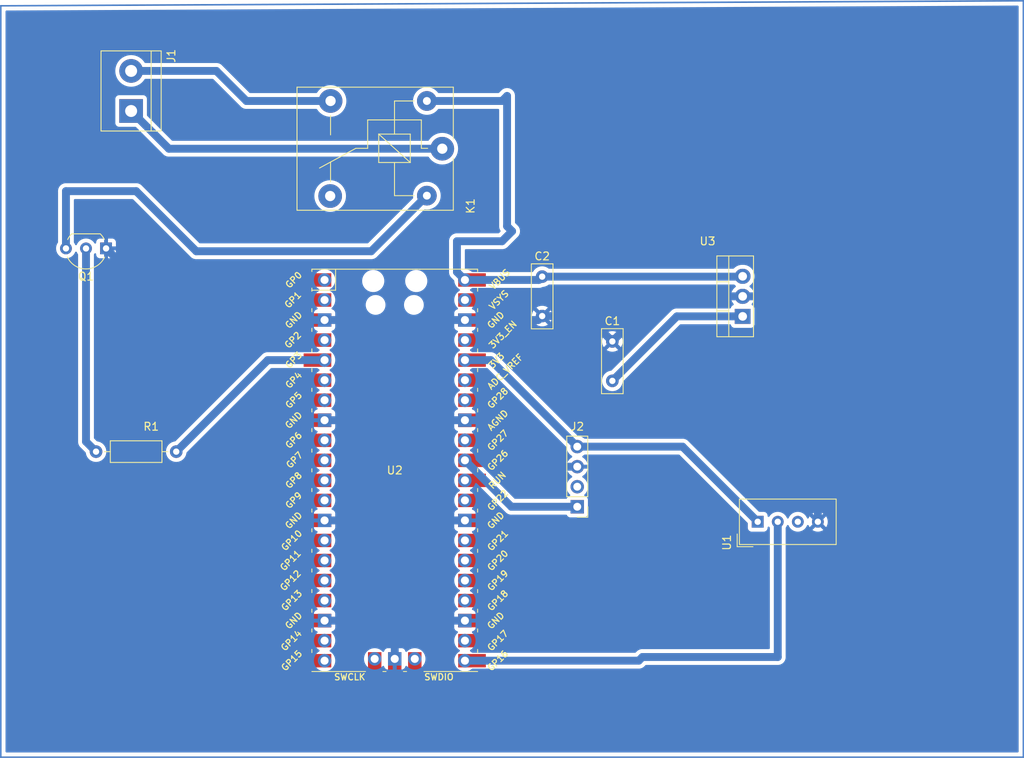
<source format=kicad_pcb>
(kicad_pcb (version 20221018) (generator pcbnew)
  (layers (0 "F.Cu" signal) (31 "B.Cu" signal) (34 "B.Paste" user) (35 "F.Paste" user) (36 "B.SilkS" user "B.Silkscreen") (37 "F.SilkS" user "F.Silkscreen") (38 "B.Mask" user) (39 "F.Mask" user) (44 "Edge.Cuts" user))
  (net 0 "")
  (net 1 "+12V")
  (net 2 "GND")
  (net 3 "+5V")
  (net 4 "Net-(J1-Pin_1)")
  (net 5 "Net-(J1-Pin_2)")
  (net 7 "/GP26")
  (net 8 "+3V3")
  (net 10 "Net-(Q1-C)")
  (net 11 "Net-(Q1-B)")
  (net 12 "Net-(U2-GPIO3)")
  (net 13 "/GP16")
  (footprint "Connector_PinHeader_2.54mm:PinHeader_1x04_P2.54mm_Vertical" (layer "F.Cu") (at 136.525 101.6 180)
    (fp_text reference "J2" (at 0 10.16) (layer "F.SilkS"))
    (fp_text value "Conn_01x04")
    (fp_line (start -1.33 -1.33) (end 0 -1.33) (stroke (width 0.12)) (layer "F.SilkS"))
    (fp_line (start -1.33 0) (end -1.33 -1.33) (stroke (width 0.12)) (layer "F.SilkS"))
    (fp_line (start -1.33 1.27) (end -1.33 8.95) (stroke (width 0.12)) (layer "F.SilkS"))
    (fp_line (start -1.33 1.27) (end 1.33 1.27) (stroke (width 0.12)) (layer "F.SilkS"))
    (fp_line (start -1.33 8.95) (end 1.33 8.95) (stroke (width 0.12)) (layer "F.SilkS"))
    (fp_line (start 1.33 1.27) (end 1.33 8.95) (stroke (width 0.12)) (layer "F.SilkS"))
    (pad "1" thru_hole rect (at 0 0 180) (size 1.7 1.7) (drill 1) (layers "*.Cu" "*.Mask") (net 7 "/GP26"))
    (pad "2" thru_hole oval (at 0 2.54 180) (size 1.7 1.7) (drill 1) (layers "*.Cu" "*.Mask"))
    (pad "3" thru_hole oval (at 0 5.08 180) (size 1.7 1.7) (drill 1) (layers "*.Cu" "*.Mask") (net 2 "GND"))
    (pad "4" thru_hole oval (at 0 7.62 180) (size 1.7 1.7) (drill 1) (layers "*.Cu" "*.Mask") (net 8 "+3V3"))
  )
  (footprint "Relay_THT:Relay_SPDT_SANYOU_SRD_Series_Form_C" (layer "F.Cu") (at 119.425 56.215 180)
    (fp_text reference "K1" (at -3.58 -7.27 90) (layer "F.SilkS"))
    (fp_text value "SANYOU_SRD_Form_C")
    (fp_line (start -1.4 -7.8) (end -1.4 -1.2) (stroke (width 0.12)) (layer "F.SilkS"))
    (fp_line (start -1.4 -7.8) (end 18.4 -7.8) (stroke (width 0.12)) (layer "F.SilkS"))
    (fp_line (start -1.4 1.2) (end -1.4 7.8) (stroke (width 0.12)) (layer "F.SilkS"))
    (fp_line (start 2.65 0.05) (end 1.85 0.05) (stroke (width 0.12)) (layer "F.SilkS"))
    (fp_line (start 2.65 0.05) (end 2.65 3.65) (stroke (width 0.12)) (layer "F.SilkS"))
    (fp_line (start 3.55 6.05) (end 6.05 6.05) (stroke (width 0.12)) (layer "F.SilkS"))
    (fp_line (start 4.05 -1.75) (end 8.05 -1.75) (stroke (width 0.12)) (layer "F.SilkS"))
    (fp_line (start 4.05 1.85) (end 4.05 -1.75) (stroke (width 0.12)) (layer "F.SilkS"))
    (fp_line (start 6.05 -5.95) (end 3.55 -5.95) (stroke (width 0.12)) (layer "F.SilkS"))
    (fp_line (start 6.05 -5.95) (end 6.05 -1.75) (stroke (width 0.12)) (layer "F.SilkS"))
    (fp_line (start 6.05 1.85) (end 6.05 6.05) (stroke (width 0.12)) (layer "F.SilkS"))
    (fp_line (start 8.05 -1.75) (end 8.05 1.85) (stroke (width 0.12)) (layer "F.SilkS"))
    (fp_line (start 8.05 1.85) (end 4.05 -1.75) (stroke (width 0.12)) (layer "F.SilkS"))
    (fp_line (start 8.05 1.85) (end 4.05 1.85) (stroke (width 0.12)) (layer "F.SilkS"))
    (fp_line (start 9.45 0.05) (end 9.45 3.65) (stroke (width 0.12)) (layer "F.SilkS"))
    (fp_line (start 9.45 0.05) (end 10.95 0.05) (stroke (width 0.12)) (layer "F.SilkS"))
    (fp_line (start 9.45 3.65) (end 2.65 3.65) (stroke (width 0.12)) (layer "F.SilkS"))
    (fp_line (start 10.95 0.05) (end 15.55 -2.45) (stroke (width 0.12)) (layer "F.SilkS"))
    (fp_line (start 14.15 -4.2) (end 14.15 -1.7) (stroke (width 0.12)) (layer "F.SilkS"))
    (fp_line (start 14.15 4.2) (end 14.15 1.75) (stroke (width 0.12)) (layer "F.SilkS"))
    (fp_line (start 18.4 -7.8) (end 18.4 7.8) (stroke (width 0.12)) (layer "F.SilkS"))
    (fp_line (start 18.4 7.8) (end -1.4 7.8) (stroke (width 0.12)) (layer "F.SilkS"))
    (pad "1" thru_hole circle (at 0 0 270) (size 3 3) (drill 1.3) (layers "*.Cu" "*.Mask") (net 4 "Net-(J1-Pin_1)"))
    (pad "2" thru_hole circle (at 1.95 6.05 270) (size 2.5 2.5) (drill 1) (layers "*.Cu" "*.Mask") (net 3 "+5V"))
    (pad "3" thru_hole circle (at 14.15 6.05 270) (size 3 3) (drill 1.3) (layers "*.Cu" "*.Mask") (net 5 "Net-(J1-Pin_2)"))
    (pad "4" thru_hole circle (at 14.2 -6 270) (size 3 3) (drill 1.3) (layers "*.Cu" "*.Mask"))
    (pad "5" thru_hole circle (at 1.95 -5.95 270) (size 2.5 2.5) (drill 1) (layers "*.Cu" "*.Mask") (net 10 "Net-(Q1-C)"))
  )
  (footprint "RPi_Pico:RPi_Pico_SMD_TH" (layer "F.Cu") (at 113.405 96.985)
    (fp_text reference "U2" (at 0 0) (layer "F.SilkS"))
    (fp_text value "Pico")
    (fp_text user "GP18" (at 13.054 16.51 45) (layer "F.SilkS") (effects (font (size 0.8 0.8))))
    (fp_text user "GP9" (at -12.8 3.81 45) (layer "F.SilkS") (effects (font (size 0.8 0.8))))
    (fp_text user "GP6" (at -12.8 -3.81 45) (layer "F.SilkS") (effects (font (size 0.8 0.8))))
    (fp_text user "3V3" (at 12.9 -13.9 45) (layer "F.SilkS") (effects (font (size 0.8 0.8))))
    (fp_text user "GP26" (at 13.054 -1.27 45) (layer "F.SilkS") (effects (font (size 0.8 0.8))))
    (fp_text user "GP3" (at -12.8 -13.97 45) (layer "F.SilkS") (effects (font (size 0.8 0.8))))
    (fp_text user "ADC_VREF" (at 14 -12.5 45) (layer "F.SilkS") (effects (font (size 0.8 0.8))))
    (fp_text user "GP14" (at -13.1 21.59 45) (layer "F.SilkS") (effects (font (size 0.8 0.8))))
    (fp_text user "GP16" (at 13.054 24.13 45) (layer "F.SilkS") (effects (font (size 0.8 0.8))))
    (fp_text user "VSYS" (at 13.2 -21.59 45) (layer "F.SilkS") (effects (font (size 0.8 0.8))))
    (fp_text user "GND" (at -12.8 -19.05 45) (layer "F.SilkS") (effects (font (size 0.8 0.8))))
    (fp_text user "AGND" (at 13.054 -6.35 45) (layer "F.SilkS") (effects (font (size 0.8 0.8))))
    (fp_text user "SWCLK" (at -5.7 26.2) (layer "F.SilkS") (effects (font (size 0.8 0.8))))
    (fp_text user "GP20" (at 13.054 11.43 45) (layer "F.SilkS") (effects (font (size 0.8 0.8))))
    (fp_text user "GP22" (at 13.054 3.81 45) (layer "F.SilkS") (effects (font (size 0.8 0.8))))
    (fp_text user "GND" (at 12.8 -19.05 45) (layer "F.SilkS") (effects (font (size 0.8 0.8))))
    (fp_text user "SWDIO" (at 5.6 26.2) (layer "F.SilkS") (effects (font (size 0.8 0.8))))
    (fp_text user "GP7" (at -12.7 -1.3 45) (layer "F.SilkS") (effects (font (size 0.8 0.8))))
    (fp_text user "GP8" (at -12.8 1.27 45) (layer "F.SilkS") (effects (font (size 0.8 0.8))))
    (fp_text user "GND" (at -12.8 19.05 45) (layer "F.SilkS") (effects (font (size 0.8 0.8))))
    (fp_text user "GP1" (at -12.9 -21.6 45) (layer "F.SilkS") (effects (font (size 0.8 0.8))))
    (fp_text user "GND" (at -12.8 6.35 45) (layer "F.SilkS") (effects (font (size 0.8 0.8))))
    (fp_text user "GND" (at -12.8 -6.35 45) (layer "F.SilkS") (effects (font (size 0.8 0.8))))
    (fp_text user "3V3_EN" (at 13.7 -17.2 45) (layer "F.SilkS") (effects (font (size 0.8 0.8))))
    (fp_text user "GP11" (at -13.2 11.43 45) (layer "F.SilkS") (effects (font (size 0.8 0.8))))
    (fp_text user "GND" (at 12.8 19.05 45) (layer "F.SilkS") (effects (font (size 0.8 0.8))))
    (fp_text user "GP15" (at -13.054 24.13 45) (layer "F.SilkS") (effects (font (size 0.8 0.8))))
    (fp_text user "GP2" (at -12.9 -16.51 45) (layer "F.SilkS") (effects (font (size 0.8 0.8))))
    (fp_text user "GP10" (at -13.054 8.89 45) (layer "F.SilkS") (effects (font (size 0.8 0.8))))
    (fp_text user "GP0" (at -12.8 -24.13 45) (layer "F.SilkS") (effects (font (size 0.8 0.8))))
    (fp_text user "VBUS" (at 13.3 -24.2 45) (layer "F.SilkS") (effects (font (size 0.8 0.8))))
    (fp_text user "GND" (at 12.8 6.35 45) (layer "F.SilkS") (effects (font (size 0.8 0.8))))
    (fp_text user "GP21" (at 13.054 8.9 45) (layer "F.SilkS") (effects (font (size 0.8 0.8))))
    (fp_text user "GP19" (at 13.054 13.97 45) (layer "F.SilkS") (effects (font (size 0.8 0.8))))
    (fp_text user "GP5" (at -12.8 -8.89 45) (layer "F.SilkS") (effects (font (size 0.8 0.8))))
    (fp_text user "RUN" (at 13 1.27 45) (layer "F.SilkS") (effects (font (size 0.8 0.8))))
    (fp_text user "GP4" (at -12.8 -11.43 45) (layer "F.SilkS") (effects (font (size 0.8 0.8))))
    (fp_text user "GP28" (at 13.054 -9.144 45) (layer "F.SilkS") (effects (font (size 0.8 0.8))))
    (fp_text user "GP12" (at -13.2 13.97 45) (layer "F.SilkS") (effects (font (size 0.8 0.8))))
    (fp_text user "GP17" (at 13.054 21.59 45) (layer "F.SilkS") (effects (font (size 0.8 0.8))))
    (fp_text user "GP27" (at 13.054 -3.8 45) (layer "F.SilkS") (effects (font (size 0.8 0.8))))
    (fp_text user "GP13" (at -13.054 16.51 45) (layer "F.SilkS") (effects (font (size 0.8 0.8))))
    (fp_line (start -10.5 -25.5) (end -10.5 -25.2) (stroke (width 0.12)) (layer "F.SilkS"))
    (fp_line (start -10.5 -25.5) (end 10.5 -25.5) (stroke (width 0.12)) (layer "F.SilkS"))
    (fp_line (start -10.5 -23.1) (end -10.5 -22.7) (stroke (width 0.12)) (layer "F.SilkS"))
    (fp_line (start -10.5 -22.833) (end -7.493 -22.833) (stroke (width 0.12)) (layer "F.SilkS"))
    (fp_line (start -10.5 -20.5) (end -10.5 -20.1) (stroke (width 0.12)) (layer "F.SilkS"))
    (fp_line (start -10.5 -18) (end -10.5 -17.6) (stroke (width 0.12)) (layer "F.SilkS"))
    (fp_line (start -10.5 -15.4) (end -10.5 -15) (stroke (width 0.12)) (layer "F.SilkS"))
    (fp_line (start -10.5 -12.9) (end -10.5 -12.5) (stroke (width 0.12)) (layer "F.SilkS"))
    (fp_line (start -10.5 -10.4) (end -10.5 -10) (stroke (width 0.12)) (layer "F.SilkS"))
    (fp_line (start -10.5 -7.8) (end -10.5 -7.4) (stroke (width 0.12)) (layer "F.SilkS"))
    (fp_line (start -10.5 -5.3) (end -10.5 -4.9) (stroke (width 0.12)) (layer "F.SilkS"))
    (fp_line (start -10.5 -2.7) (end -10.5 -2.3) (stroke (width 0.12)) (layer "F.SilkS"))
    (fp_line (start -10.5 -0.2) (end -10.5 0.2) (stroke (width 0.12)) (layer "F.SilkS"))
    (fp_line (start -10.5 2.3) (end -10.5 2.7) (stroke (width 0.12)) (layer "F.SilkS"))
    (fp_line (start -10.5 4.9) (end -10.5 5.3) (stroke (width 0.12)) (layer "F.SilkS"))
    (fp_line (start -10.5 7.4) (end -10.5 7.8) (stroke (width 0.12)) (layer "F.SilkS"))
    (fp_line (start -10.5 10) (end -10.5 10.4) (stroke (width 0.12)) (layer "F.SilkS"))
    (fp_line (start -10.5 12.5) (end -10.5 12.9) (stroke (width 0.12)) (layer "F.SilkS"))
    (fp_line (start -10.5 15.1) (end -10.5 15.5) (stroke (width 0.12)) (layer "F.SilkS"))
    (fp_line (start -10.5 17.6) (end -10.5 18) (stroke (width 0.12)) (layer "F.SilkS"))
    (fp_line (start -10.5 20.1) (end -10.5 20.5) (stroke (width 0.12)) (layer "F.SilkS"))
    (fp_line (start -10.5 22.7) (end -10.5 23.1) (stroke (width 0.12)) (layer "F.SilkS"))
    (fp_line (start -7.493 -22.833) (end -7.493 -25.5) (stroke (width 0.12)) (layer "F.SilkS"))
    (fp_line (start -3.7 25.5) (end -10.5 25.5) (stroke (width 0.12)) (layer "F.SilkS"))
    (fp_line (start -1.5 25.5) (end -1.1 25.5) (stroke (width 0.12)) (layer "F.SilkS"))
    (fp_line (start 1.1 25.5) (end 1.5 25.5) (stroke (width 0.12)) (layer "F.SilkS"))
    (fp_line (start 10.5 -25.5) (end 10.5 -25.2) (stroke (width 0.12)) (layer "F.SilkS"))
    (fp_line (start 10.5 -23.1) (end 10.5 -22.7) (stroke (width 0.12)) (layer "F.SilkS"))
    (fp_line (start 10.5 -20.5) (end 10.5 -20.1) (stroke (width 0.12)) (layer "F.SilkS"))
    (fp_line (start 10.5 -18) (end 10.5 -17.6) (stroke (width 0.12)) (layer "F.SilkS"))
    (fp_line (start 10.5 -15.4) (end 10.5 -15) (stroke (width 0.12)) (layer "F.SilkS"))
    (fp_line (start 10.5 -12.9) (end 10.5 -12.5) (stroke (width 0.12)) (layer "F.SilkS"))
    (fp_line (start 10.5 -10.4) (end 10.5 -10) (stroke (width 0.12)) (layer "F.SilkS"))
    (fp_line (start 10.5 -7.8) (end 10.5 -7.4) (stroke (width 0.12)) (layer "F.SilkS"))
    (fp_line (start 10.5 -5.3) (end 10.5 -4.9) (stroke (width 0.12)) (layer "F.SilkS"))
    (fp_line (start 10.5 -2.7) (end 10.5 -2.3) (stroke (width 0.12)) (layer "F.SilkS"))
    (fp_line (start 10.5 -0.2) (end 10.5 0.2) (stroke (width 0.12)) (layer "F.SilkS"))
    (fp_line (start 10.5 2.3) (end 10.5 2.7) (stroke (width 0.12)) (layer "F.SilkS"))
    (fp_line (start 10.5 4.9) (end 10.5 5.3) (stroke (width 0.12)) (layer "F.SilkS"))
    (fp_line (start 10.5 7.4) (end 10.5 7.8) (stroke (width 0.12)) (layer "F.SilkS"))
    (fp_line (start 10.5 10) (end 10.5 10.4) (stroke (width 0.12)) (layer "F.SilkS"))
    (fp_line (start 10.5 12.5) (end 10.5 12.9) (stroke (width 0.12)) (layer "F.SilkS"))
    (fp_line (start 10.5 15.1) (end 10.5 15.5) (stroke (width 0.12)) (layer "F.SilkS"))
    (fp_line (start 10.5 17.6) (end 10.5 18) (stroke (width 0.12)) (layer "F.SilkS"))
    (fp_line (start 10.5 20.1) (end 10.5 20.5) (stroke (width 0.12)) (layer "F.SilkS"))
    (fp_line (start 10.5 22.7) (end 10.5 23.1) (stroke (width 0.12)) (layer "F.SilkS"))
    (fp_line (start 10.5 25.5) (end 3.7 25.5) (stroke (width 0.12)) (layer "F.SilkS"))
    (pad "" np_thru_hole oval (at -2.725 -24) (size 1.8 1.8) (drill 1.8) (layers "*.Cu" "*.Mask"))
    (pad "" np_thru_hole oval (at -2.425 -20.97) (size 1.5 1.5) (drill 1.5) (layers "*.Cu" "*.Mask"))
    (pad "" np_thru_hole oval (at 2.425 -20.97) (size 1.5 1.5) (drill 1.5) (layers "*.Cu" "*.Mask"))
    (pad "" np_thru_hole oval (at 2.725 -24) (size 1.8 1.8) (drill 1.8) (layers "*.Cu" "*.Mask"))
    (pad "1" thru_hole oval (at -8.89 -24.13) (size 1.7 1.7) (drill 1.02) (layers "*.Cu" "*.Mask"))
    (pad "1" smd rect (at -8.89 -24.13) (size 3.5 1.7) (drill (offset -0.9 0)) (layers "F.Cu" "F.Mask"))
    (pad "2" thru_hole oval (at -8.89 -21.59) (size 1.7 1.7) (drill 1.02) (layers "*.Cu" "*.Mask"))
    (pad "2" smd rect (at -8.89 -21.59) (size 3.5 1.7) (drill (offset -0.9 0)) (layers "F.Cu" "F.Mask"))
    (pad "3" thru_hole rect (at -8.89 -19.05) (size 1.7 1.7) (drill 1.02) (layers "*.Cu" "*.Mask") (net 2 "GND"))
    (pad "3" smd rect (at -8.89 -19.05) (size 3.5 1.7) (drill (offset -0.9 0)) (layers "F.Cu" "F.Mask") (net 2 "GND"))
    (pad "4" thru_hole oval (at -8.89 -16.51) (size 1.7 1.7) (drill 1.02) (layers "*.Cu" "*.Mask"))
    (pad "4" smd rect (at -8.89 -16.51) (size 3.5 1.7) (drill (offset -0.9 0)) (layers "F.Cu" "F.Mask"))
    (pad "5" thru_hole oval (at -8.89 -13.97) (size 1.7 1.7) (drill 1.02) (layers "*.Cu" "*.Mask") (net 12 "Net-(U2-GPIO3)"))
    (pad "5" smd rect (at -8.89 -13.97) (size 3.5 1.7) (drill (offset -0.9 0)) (layers "F.Cu" "F.Mask") (net 12 "Net-(U2-GPIO3)"))
    (pad "6" thru_hole oval (at -8.89 -11.43) (size 1.7 1.7) (drill 1.02) (layers "*.Cu" "*.Mask"))
    (pad "6" smd rect (at -8.89 -11.43) (size 3.5 1.7) (drill (offset -0.9 0)) (layers "F.Cu" "F.Mask"))
    (pad "7" thru_hole oval (at -8.89 -8.89) (size 1.7 1.7) (drill 1.02) (layers "*.Cu" "*.Mask"))
    (pad "7" smd rect (at -8.89 -8.89) (size 3.5 1.7) (drill (offset -0.9 0)) (layers "F.Cu" "F.Mask"))
    (pad "8" thru_hole rect (at -8.89 -6.35) (size 1.7 1.7) (drill 1.02) (layers "*.Cu" "*.Mask") (net 2 "GND"))
    (pad "8" smd rect (at -8.89 -6.35) (size 3.5 1.7) (drill (offset -0.9 0)) (layers "F.Cu" "F.Mask") (net 2 "GND"))
    (pad "9" thru_hole oval (at -8.89 -3.81) (size 1.7 1.7) (drill 1.02) (layers "*.Cu" "*.Mask"))
    (pad "9" smd rect (at -8.89 -3.81) (size 3.5 1.7) (drill (offset -0.9 0)) (layers "F.Cu" "F.Mask"))
    (pad "10" thru_hole oval (at -8.89 -1.27) (size 1.7 1.7) (drill 1.02) (layers "*.Cu" "*.Mask"))
    (pad "10" smd rect (at -8.89 -1.27) (size 3.5 1.7) (drill (offset -0.9 0)) (layers "F.Cu" "F.Mask"))
    (pad "11" thru_hole oval (at -8.89 1.27) (size 1.7 1.7) (drill 1.02) (layers "*.Cu" "*.Mask"))
    (pad "11" smd rect (at -8.89 1.27) (size 3.5 1.7) (drill (offset -0.9 0)) (layers "F.Cu" "F.Mask"))
    (pad "12" thru_hole oval (at -8.89 3.81) (size 1.7 1.7) (drill 1.02) (layers "*.Cu" "*.Mask"))
    (pad "12" smd rect (at -8.89 3.81) (size 3.5 1.7) (drill (offset -0.9 0)) (layers "F.Cu" "F.Mask"))
    (pad "13" thru_hole rect (at -8.89 6.35) (size 1.7 1.7) (drill 1.02) (layers "*.Cu" "*.Mask") (net 2 "GND"))
    (pad "13" smd rect (at -8.89 6.35) (size 3.5 1.7) (drill (offset -0.9 0)) (layers "F.Cu" "F.Mask") (net 2 "GND"))
    (pad "14" thru_hole oval (at -8.89 8.89) (size 1.7 1.7) (drill 1.02) (layers "*.Cu" "*.Mask"))
    (pad "14" smd rect (at -8.89 8.89) (size 3.5 1.7) (drill (offset -0.9 0)) (layers "F.Cu" "F.Mask"))
    (pad "15" thru_hole oval (at -8.89 11.43) (size 1.7 1.7) (drill 1.02) (layers "*.Cu" "*.Mask"))
    (pad "15" smd rect (at -8.89 11.43) (size 3.5 1.7) (drill (offset -0.9 0)) (layers "F.Cu" "F.Mask"))
    (pad "16" thru_hole oval (at -8.89 13.97) (size 1.7 1.7) (drill 1.02) (layers "*.Cu" "*.Mask"))
    (pad "16" smd rect (at -8.89 13.97) (size 3.5 1.7) (drill (offset -0.9 0)) (layers "F.Cu" "F.Mask"))
    (pad "17" thru_hole oval (at -8.89 16.51) (size 1.7 1.7) (drill 1.02) (layers "*.Cu" "*.Mask"))
    (pad "17" smd rect (at -8.89 16.51) (size 3.5 1.7) (drill (offset -0.9 0)) (layers "F.Cu" "F.Mask"))
    (pad "18" thru_hole rect (at -8.89 19.05) (size 1.7 1.7) (drill 1.02) (layers "*.Cu" "*.Mask") (net 2 "GND"))
    (pad "18" smd rect (at -8.89 19.05) (size 3.5 1.7) (drill (offset -0.9 0)) (layers "F.Cu" "F.Mask") (net 2 "GND"))
    (pad "19" thru_hole oval (at -8.89 21.59) (size 1.7 1.7) (drill 1.02) (layers "*.Cu" "*.Mask"))
    (pad "19" smd rect (at -8.89 21.59) (size 3.5 1.7) (drill (offset -0.9 0)) (layers "F.Cu" "F.Mask"))
    (pad "20" thru_hole oval (at -8.89 24.13) (size 1.7 1.7) (drill 1.02) (layers "*.Cu" "*.Mask"))
    (pad "20" smd rect (at -8.89 24.13) (size 3.5 1.7) (drill (offset -0.9 0)) (layers "F.Cu" "F.Mask"))
    (pad "21" thru_hole oval (at 8.89 24.13) (size 1.7 1.7) (drill 1.02) (layers "*.Cu" "*.Mask") (net 13 "/GP16"))
    (pad "21" smd rect (at 8.89 24.13) (size 3.5 1.7) (drill (offset 0.9 0)) (layers "F.Cu" "F.Mask") (net 13 "/GP16"))
    (pad "22" thru_hole oval (at 8.89 21.59) (size 1.7 1.7) (drill 1.02) (layers "*.Cu" "*.Mask"))
    (pad "22" smd rect (at 8.89 21.59) (size 3.5 1.7) (drill (offset 0.9 0)) (layers "F.Cu" "F.Mask"))
    (pad "23" thru_hole rect (at 8.89 19.05) (size 1.7 1.7) (drill 1.02) (layers "*.Cu" "*.Mask") (net 2 "GND"))
    (pad "23" smd rect (at 8.89 19.05) (size 3.5 1.7) (drill (offset 0.9 0)) (layers "F.Cu" "F.Mask") (net 2 "GND"))
    (pad "24" thru_hole oval (at 8.89 16.51) (size 1.7 1.7) (drill 1.02) (layers "*.Cu" "*.Mask"))
    (pad "24" smd rect (at 8.89 16.51) (size 3.5 1.7) (drill (offset 0.9 0)) (layers "F.Cu" "F.Mask"))
    (pad "25" thru_hole oval (at 8.89 13.97) (size 1.7 1.7) (drill 1.02) (layers "*.Cu" "*.Mask"))
    (pad "25" smd rect (at 8.89 13.97) (size 3.5 1.7) (drill (offset 0.9 0)) (layers "F.Cu" "F.Mask"))
    (pad "26" thru_hole oval (at 8.89 11.43) (size 1.7 1.7) (drill 1.02) (layers "*.Cu" "*.Mask"))
    (pad "26" smd rect (at 8.89 11.43) (size 3.5 1.7) (drill (offset 0.9 0)) (layers "F.Cu" "F.Mask"))
    (pad "27" thru_hole oval (at 8.89 8.89) (size 1.7 1.7) (drill 1.02) (layers "*.Cu" "*.Mask"))
    (pad "27" smd rect (at 8.89 8.89) (size 3.5 1.7) (drill (offset 0.9 0)) (layers "F.Cu" "F.Mask"))
    (pad "28" thru_hole rect (at 8.89 6.35) (size 1.7 1.7) (drill 1.02) (layers "*.Cu" "*.Mask") (net 2 "GND"))
    (pad "28" smd rect (at 8.89 6.35) (size 3.5 1.7) (drill (offset 0.9 0)) (layers "F.Cu" "F.Mask") (net 2 "GND"))
    (pad "29" thru_hole oval (at 8.89 3.81) (size 1.7 1.7) (drill 1.02) (layers "*.Cu" "*.Mask"))
    (pad "29" smd rect (at 8.89 3.81) (size 3.5 1.7) (drill (offset 0.9 0)) (layers "F.Cu" "F.Mask"))
    (pad "30" thru_hole oval (at 8.89 1.27) (size 1.7 1.7) (drill 1.02) (layers "*.Cu" "*.Mask"))
    (pad "30" smd rect (at 8.89 1.27) (size 3.5 1.7) (drill (offset 0.9 0)) (layers "F.Cu" "F.Mask"))
    (pad "31" thru_hole oval (at 8.89 -1.27) (size 1.7 1.7) (drill 1.02) (layers "*.Cu" "*.Mask") (net 7 "/GP26"))
    (pad "31" smd rect (at 8.89 -1.27) (size 3.5 1.7) (drill (offset 0.9 0)) (layers "F.Cu" "F.Mask") (net 7 "/GP26"))
    (pad "32" thru_hole oval (at 8.89 -3.81) (size 1.7 1.7) (drill 1.02) (layers "*.Cu" "*.Mask"))
    (pad "32" smd rect (at 8.89 -3.81) (size 3.5 1.7) (drill (offset 0.9 0)) (layers "F.Cu" "F.Mask"))
    (pad "33" thru_hole rect (at 8.89 -6.35) (size 1.7 1.7) (drill 1.02) (layers "*.Cu" "*.Mask") (net 2 "GND"))
    (pad "33" smd rect (at 8.89 -6.35) (size 3.5 1.7) (drill (offset 0.9 0)) (layers "F.Cu" "F.Mask") (net 2 "GND"))
    (pad "34" thru_hole oval (at 8.89 -8.89) (size 1.7 1.7) (drill 1.02) (layers "*.Cu" "*.Mask"))
    (pad "34" smd rect (at 8.89 -8.89) (size 3.5 1.7) (drill (offset 0.9 0)) (layers "F.Cu" "F.Mask"))
    (pad "35" thru_hole oval (at 8.89 -11.43) (size 1.7 1.7) (drill 1.02) (layers "*.Cu" "*.Mask"))
    (pad "35" smd rect (at 8.89 -11.43) (size 3.5 1.7) (drill (offset 0.9 0)) (layers "F.Cu" "F.Mask"))
    (pad "36" thru_hole oval (at 8.89 -13.97) (size 1.7 1.7) (drill 1.02) (layers "*.Cu" "*.Mask") (net 8 "+3V3"))
    (pad "36" smd rect (at 8.89 -13.97) (size 3.5 1.7) (drill (offset 0.9 0)) (layers "F.Cu" "F.Mask") (net 8 "+3V3"))
    (pad "37" thru_hole oval (at 8.89 -16.51) (size 1.7 1.7) (drill 1.02) (layers "*.Cu" "*.Mask"))
    (pad "37" smd rect (at 8.89 -16.51) (size 3.5 1.7) (drill (offset 0.9 0)) (layers "F.Cu" "F.Mask"))
    (pad "38" thru_hole rect (at 8.89 -19.05) (size 1.7 1.7) (drill 1.02) (layers "*.Cu" "*.Mask") (net 2 "GND"))
    (pad "38" smd rect (at 8.89 -19.05) (size 3.5 1.7) (drill (offset 0.9 0)) (layers "F.Cu" "F.Mask") (net 2 "GND"))
    (pad "39" thru_hole oval (at 8.89 -21.59) (size 1.7 1.7) (drill 1.02) (layers "*.Cu" "*.Mask"))
    (pad "39" smd rect (at 8.89 -21.59) (size 3.5 1.7) (drill (offset 0.9 0)) (layers "F.Cu" "F.Mask"))
    (pad "40" thru_hole oval (at 8.89 -24.13) (size 1.7 1.7) (drill 1.02) (layers "*.Cu" "*.Mask") (net 3 "+5V"))
    (pad "40" smd rect (at 8.89 -24.13) (size 3.5 1.7) (drill (offset 0.9 0)) (layers "F.Cu" "F.Mask") (net 3 "+5V"))
    (pad "41" thru_hole oval (at -2.54 23.9) (size 1.7 1.7) (drill 1.02) (layers "*.Cu" "*.Mask"))
    (pad "41" smd rect (at -2.54 23.9 90) (size 3.5 1.7) (drill (offset -0.9 0)) (layers "F.Cu" "F.Mask"))
    (pad "42" thru_hole rect (at 0 23.9) (size 1.7 1.7) (drill 1.02) (layers "*.Cu" "*.Mask") (net 2 "GND"))
    (pad "42" smd rect (at 0 23.9 90) (size 3.5 1.7) (drill (offset -0.9 0)) (layers "F.Cu" "F.Mask") (net 2 "GND"))
    (pad "43" thru_hole oval (at 2.54 23.9) (size 1.7 1.7) (drill 1.02) (layers "*.Cu" "*.Mask"))
    (pad "43" smd rect (at 2.54 23.9 90) (size 3.5 1.7) (drill (offset -0.9 0)) (layers "F.Cu" "F.Mask"))
  )
  (footprint "Resistor_THT:R_Axial_DIN0207_L6.3mm_D2.5mm_P10.16mm_Horizontal" (layer "F.Cu") (at 75.565 94.615)
    (fp_text reference "R1" (at 6.985 -3.175) (layer "F.SilkS"))
    (fp_text value "4K7")
    (fp_line (start 1.04 0) (end 1.81 0) (stroke (width 0.12)) (layer "F.SilkS"))
    (fp_line (start 1.81 -1.37) (end 1.81 1.37) (stroke (width 0.12)) (layer "F.SilkS"))
    (fp_line (start 1.81 1.37) (end 8.35 1.37) (stroke (width 0.12)) (layer "F.SilkS"))
    (fp_line (start 8.35 -1.37) (end 1.81 -1.37) (stroke (width 0.12)) (layer "F.SilkS"))
    (fp_line (start 8.35 1.37) (end 8.35 -1.37) (stroke (width 0.12)) (layer "F.SilkS"))
    (fp_line (start 9.12 0) (end 8.35 0) (stroke (width 0.12)) (layer "F.SilkS"))
    (pad "1" thru_hole circle (at 0 0) (size 1.6 1.6) (drill 0.8) (layers "*.Cu" "*.Mask") (net 11 "Net-(Q1-B)"))
    (pad "2" thru_hole oval (at 10.16 0) (size 1.6 1.6) (drill 0.8) (layers "*.Cu" "*.Mask") (net 12 "Net-(U2-GPIO3)"))
  )
  (footprint "Package_TO_SOT_THT:TO-92_Inline_Wide" (layer "F.Cu") (at 76.835 68.855 180)
    (fp_text reference "Q1" (at 2.54 -3.56 180) (layer "F.SilkS"))
    (fp_text value "2N3904")
    (fp_line (start 0.74 1.85) (end 4.34 1.85) (stroke (width 0.12)) (layer "F.SilkS"))
    (fp_arc (start 0.1836 -1.098807) (mid 1.143021 -2.192817) (end 2.54 -2.6) (stroke (width 0.12)) (layer "F.SilkS"))
    (fp_arc (start 0.74 1.85) (mid 0.446097 1.509328) (end 0.215816 1.122795) (stroke (width 0.12)) (layer "F.SilkS"))
    (fp_arc (start 2.54 -2.6) (mid 3.936979 -2.192818) (end 4.8964 -1.098807) (stroke (width 0.12)) (layer "F.SilkS"))
    (fp_arc (start 4.864184 1.122795) (mid 4.633903 1.509328) (end 4.34 1.85) (stroke (width 0.12)) (layer "F.SilkS"))
    (pad "1" thru_hole rect (at 0 0 180) (size 1.5 1.5) (drill 0.8) (layers "*.Cu" "*.Mask") (net 2 "GND"))
    (pad "2" thru_hole circle (at 2.54 0 180) (size 1.5 1.5) (drill 0.8) (layers "*.Cu" "*.Mask") (net 11 "Net-(Q1-B)"))
    (pad "3" thru_hole circle (at 5.08 0 180) (size 1.5 1.5) (drill 0.8) (layers "*.Cu" "*.Mask") (net 10 "Net-(Q1-C)"))
  )
  (footprint "TerminalBlock:TerminalBlock_bornier-2_P5.08mm" (layer "F.Cu") (at 80.01 51.435 90)
    (fp_text reference "J1" (at 6.985 5.08 90) (layer "F.SilkS"))
    (fp_text value "Conn_01x02")
    (fp_line (start -2.54 -3.81) (end -2.54 3.81) (stroke (width 0.12)) (layer "F.SilkS"))
    (fp_line (start -2.54 3.81) (end 7.62 3.81) (stroke (width 0.12)) (layer "F.SilkS"))
    (fp_line (start 7.62 -3.81) (end -2.54 -3.81) (stroke (width 0.12)) (layer "F.SilkS"))
    (fp_line (start 7.62 2.54) (end -2.54 2.54) (stroke (width 0.12)) (layer "F.SilkS"))
    (fp_line (start 7.62 3.81) (end 7.62 -3.81) (stroke (width 0.12)) (layer "F.SilkS"))
    (pad "1" thru_hole rect (at 0 0 90) (size 3 3) (drill 1.52) (layers "*.Cu" "*.Mask") (net 4 "Net-(J1-Pin_1)"))
    (pad "2" thru_hole circle (at 5.08 0 90) (size 3 3) (drill 1.52) (layers "*.Cu" "*.Mask") (net 5 "Net-(J1-Pin_2)"))
  )
  (footprint "Capacitor_THT:C_Disc_D8.0mm_W2.5mm_P5.00mm" (layer "F.Cu") (at 140.97 85.645 90)
    (fp_text reference "C1" (at 7.58 0 180) (layer "F.SilkS"))
    (fp_text value "0,33 uF")
    (fp_line (start -1.62 -1.37) (end -1.62 1.37) (stroke (width 0.12)) (layer "F.SilkS"))
    (fp_line (start -1.62 -1.37) (end 6.62 -1.37) (stroke (width 0.12)) (layer "F.SilkS"))
    (fp_line (start -1.62 1.37) (end 6.62 1.37) (stroke (width 0.12)) (layer "F.SilkS"))
    (fp_line (start 6.62 -1.37) (end 6.62 1.37) (stroke (width 0.12)) (layer "F.SilkS"))
    (pad "1" thru_hole circle (at 0 0 90) (size 1.6 1.6) (drill 0.8) (layers "*.Cu" "*.Mask") (net 1 "+12V"))
    (pad "2" thru_hole circle (at 5 0 90) (size 1.6 1.6) (drill 0.8) (layers "*.Cu" "*.Mask") (net 2 "GND"))
  )
  (footprint "Sensor:Aosong_DHT11_5.5x12.0_P2.54mm" (layer "F.Cu") (at 159.385 103.505 90)
    (fp_text reference "U1" (at -2.6375 -3.9075 90) (layer "F.SilkS"))
    (fp_text value "DHT11")
    (fp_line (start -3.16 -2.6) (end -3.16 -0.6) (stroke (width 0.12)) (layer "F.SilkS"))
    (fp_line (start -3.16 -2.6) (end -1.55 -2.6) (stroke (width 0.12)) (layer "F.SilkS"))
    (fp_line (start -2.88 9.94) (end -2.88 -2.31) (stroke (width 0.12)) (layer "F.SilkS"))
    (fp_line (start -2.87 -2.32) (end 2.87 -2.32) (stroke (width 0.12)) (layer "F.SilkS"))
    (fp_line (start 2.88 -2.32) (end 2.88 9.94) (stroke (width 0.12)) (layer "F.SilkS"))
    (fp_line (start 2.88 9.94) (end -2.88 9.94) (stroke (width 0.12)) (layer "F.SilkS"))
    (pad "1" thru_hole rect (at 0 0 90) (size 1.5 1.5) (drill 0.8) (layers "*.Cu" "*.Mask") (net 8 "+3V3"))
    (pad "2" thru_hole circle (at 0 2.54 90) (size 1.5 1.5) (drill 0.8) (layers "*.Cu" "*.Mask") (net 13 "/GP16"))
    (pad "3" thru_hole circle (at 0 5.08 90) (size 1.5 1.5) (drill 0.8) (layers "*.Cu" "*.Mask"))
    (pad "4" thru_hole circle (at 0 7.62 90) (size 1.5 1.5) (drill 0.8) (layers "*.Cu" "*.Mask") (net 2 "GND"))
  )
  (footprint "Package_TO_SOT_THT:TO-220-3_Vertical" (layer "F.Cu") (at 157.48 77.47 90)
    (fp_text reference "U3" (at 9.525 -4.445 180) (layer "F.SilkS"))
    (fp_text value "L7805")
    (fp_line (start -2.58 -3.27) (end -2.58 1.371) (stroke (width 0.12)) (layer "F.SilkS"))
    (fp_line (start -2.58 -3.27) (end 7.66 -3.27) (stroke (width 0.12)) (layer "F.SilkS"))
    (fp_line (start -2.58 -1.76) (end 7.66 -1.76) (stroke (width 0.12)) (layer "F.SilkS"))
    (fp_line (start -2.58 1.371) (end 7.66 1.371) (stroke (width 0.12)) (layer "F.SilkS"))
    (fp_line (start 0.69 -3.27) (end 0.69 -1.76) (stroke (width 0.12)) (layer "F.SilkS"))
    (fp_line (start 4.391 -3.27) (end 4.391 -1.76) (stroke (width 0.12)) (layer "F.SilkS"))
    (fp_line (start 7.66 -3.27) (end 7.66 1.371) (stroke (width 0.12)) (layer "F.SilkS"))
    (pad "1" thru_hole rect (at 0 0 90) (size 1.905 2) (drill 1.1) (layers "*.Cu" "*.Mask") (net 1 "+12V"))
    (pad "2" thru_hole oval (at 2.54 0 90) (size 1.905 2) (drill 1.1) (layers "*.Cu" "*.Mask") (net 2 "GND"))
    (pad "3" thru_hole oval (at 5.08 0 90) (size 1.905 2) (drill 1.1) (layers "*.Cu" "*.Mask") (net 3 "+5V"))
  )
  (footprint "Capacitor_THT:C_Disc_D8.0mm_W2.5mm_P5.00mm" (layer "F.Cu") (at 132.08 72.43 -90)
    (fp_text reference "C2" (at -2.58 0 -180) (layer "F.SilkS"))
    (fp_text value "0,1 uF")
    (fp_line (start -1.62 -1.37) (end -1.62 1.37) (stroke (width 0.12)) (layer "F.SilkS"))
    (fp_line (start -1.62 -1.37) (end 6.62 -1.37) (stroke (width 0.12)) (layer "F.SilkS"))
    (fp_line (start -1.62 1.37) (end 6.62 1.37) (stroke (width 0.12)) (layer "F.SilkS"))
    (fp_line (start 6.62 -1.37) (end 6.62 1.37) (stroke (width 0.12)) (layer "F.SilkS"))
    (pad "1" thru_hole circle (at 0 0 270) (size 1.6 1.6) (drill 0.8) (layers "*.Cu" "*.Mask") (net 3 "+5V"))
    (pad "2" thru_hole circle (at 5 0 270) (size 1.6 1.6) (drill 0.8) (layers "*.Cu" "*.Mask") (net 2 "GND"))
  )
  (gr_line (start 63.5 133.35) (end 193.04 133.35) (stroke (width 0.2)) (layer "B.Cu"))
  (gr_line (start 193.04 37.465) (end 63.5 38.1) (stroke (width 0.2)) (layer "B.Cu"))
  (gr_line (start 63.5 38.1) (end 63.5 133.35) (stroke (width 0.2)) (layer "B.Cu"))
  (gr_line (start 193.04 133.35) (end 193.04 37.465) (stroke (width 0.2)) (layer "B.Cu"))
  (segment (start 157.48 77.47) (end 149.145 77.47) (width 1) (layer "B.Cu") (net 1))
  (segment (start 149.145 77.47) (end 140.97 85.645) (width 1) (layer "B.Cu") (net 1))
  (segment (start 167.005 103.505) (end 167.005 77.47) (width 1) (layer "B.Cu") (net 2))
  (segment (start 117.01 78.57) (end 117.645 77.935) (width 1) (layer "B.Cu") (net 2))
  (segment (start 122.295 90.635) (end 124.925 90.635) (width 1) (layer "B.Cu") (net 2))
  (segment (start 119.21 103.335) (end 122.295 103.335) (width 1) (layer "B.Cu") (net 2))
  (segment (start 124.925 90.635) (end 130.81 96.52) (width 1) (layer "B.Cu") (net 2))
  (segment (start 113.405 116.58) (end 113.405 120.885) (width 1) (layer "B.Cu") (net 2))
  (segment (start 117.01 90.635) (end 117.01 78.57) (width 1) (layer "B.Cu") (net 2))
  (segment (start 85.915 77.935) (end 104.515 77.935) (width 1) (layer "B.Cu") (net 2))
  (segment (start 117.01 90.635) (end 122.295 90.635) (width 1) (layer "B.Cu") (net 2))
  (segment (start 113.03 116.205) (end 113.405 116.58) (width 1) (layer "B.Cu") (net 2))
  (segment (start 164.465 74.93) (end 157.48 74.93) (width 1) (layer "B.Cu") (net 2))
  (segment (start 104.515 77.935) (end 107.78 77.935) (width 1) (layer "B.Cu") (net 2))
  (segment (start 146.685 74.93) (end 140.97 80.645) (width 1) (layer "B.Cu") (net 2))
  (segment (start 113.95 116.035) (end 118.11 116.035) (width 1) (layer "B.Cu") (net 2))
  (segment (start 132.08 77.43) (end 137.755 77.43) (width 1) (layer "B.Cu") (net 2))
  (segment (start 116.84 90.805) (end 117.01 90.635) (width 1) (layer "B.Cu") (net 2))
  (segment (start 122.295 77.935) (end 131.575 77.935) (width 1) (layer "B.Cu") (net 2))
  (segment (start 137.755 77.43) (end 140.97 80.645) (width 1) (layer "B.Cu") (net 2))
  (segment (start 131.575 77.935) (end 132.08 77.43) (width 1) (layer "B.Cu") (net 2))
  (segment (start 108.415 103.335) (end 108.415 116.035) (width 1) (layer "B.Cu") (net 2))
  (segment (start 107.78 77.935) (end 107.95 78.105) (width 1) (layer "B.Cu") (net 2))
  (segment (start 130.81 96.52) (end 136.525 96.52) (width 1) (layer "B.Cu") (net 2))
  (segment (start 108.415 116.035) (end 108.585 116.205) (width 1) (layer "B.Cu") (net 2))
  (segment (start 157.48 74.93) (end 146.685 74.93) (width 1) (layer "B.Cu") (net 2))
  (segment (start 167.005 77.47) (end 164.465 74.93) (width 1) (layer "B.Cu") (net 2))
  (segment (start 118.745 92.71) (end 116.84 90.805) (width 1) (layer "B.Cu") (net 2))
  (segment (start 118.11 116.035) (end 118.11 103.505) (width 1) (layer "B.Cu") (net 2))
  (segment (start 108.415 116.035) (end 104.515 116.035) (width 1) (layer "B.Cu") (net 2))
  (segment (start 117.645 77.935) (end 122.295 77.935) (width 1) (layer "B.Cu") (net 2))
  (segment (start 113.405 116.58) (end 113.95 116.035) (width 1) (layer "B.Cu") (net 2))
  (segment (start 107.78 90.635) (end 107.95 90.805) (width 1) (layer "B.Cu") (net 2))
  (segment (start 118.745 102.87) (end 118.745 92.71) (width 1) (layer "B.Cu") (net 2))
  (segment (start 108.415 103.335) (end 104.515 103.335) (width 1) (layer "B.Cu") (net 2))
  (segment (start 104.515 90.635) (end 107.78 90.635) (width 1) (layer "B.Cu") (net 2))
  (segment (start 118.745 102.87) (end 119.21 103.335) (width 1) (layer "B.Cu") (net 2))
  (segment (start 118.11 103.505) (end 118.745 102.87) (width 1) (layer "B.Cu") (net 2))
  (segment (start 76.835 68.855) (end 85.915 77.935) (width 1) (layer "B.Cu") (net 2))
  (segment (start 107.95 90.805) (end 107.95 102.87) (width 1) (layer "B.Cu") (net 2))
  (segment (start 107.95 102.87) (end 108.415 103.335) (width 1) (layer "B.Cu") (net 2))
  (segment (start 108.585 116.205) (end 113.03 116.205) (width 1) (layer "B.Cu") (net 2))
  (segment (start 118.11 116.035) (end 122.295 116.035) (width 1) (layer "B.Cu") (net 2))
  (segment (start 107.95 78.105) (end 107.95 90.805) (width 1) (layer "B.Cu") (net 2))
  (segment (start 157.44 72.43) (end 157.48 72.39) (width 1) (layer "B.Cu") (net 3))
  (segment (start 122.295 72.855) (end 121.285 71.845) (width 1) (layer "B.Cu") (net 3))
  (segment (start 121.285 67.945) (end 127 67.945) (width 1) (layer "B.Cu") (net 3))
  (segment (start 132.12 72.39) (end 132.08 72.43) (width 1) (layer "B.Cu") (net 3))
  (segment (start 132.08 72.43) (end 157.44 72.43) (width 1) (layer "B.Cu") (net 3))
  (segment (start 128.27 66.675) (end 127.635 66.04) (width 1) (layer "B.Cu") (net 3))
  (segment (start 131.655 72.855) (end 132.08 72.43) (width 1) (layer "B.Cu") (net 3))
  (segment (start 127.635 66.04) (end 127.635 49.53) (width 1) (layer "B.Cu") (net 3))
  (segment (start 122.295 72.855) (end 131.655 72.855) (width 1) (layer "B.Cu") (net 3))
  (segment (start 127 50.165) (end 117.475 50.165) (width 1) (layer "B.Cu") (net 3))
  (segment (start 127 67.945) (end 128.27 66.675) (width 1) (layer "B.Cu") (net 3))
  (segment (start 127.635 49.53) (end 127 50.165) (width 1) (layer "B.Cu") (net 3))
  (segment (start 121.285 71.845) (end 121.285 67.945) (width 1) (layer "B.Cu") (net 3))
  (segment (start 80.01 51.435) (end 84.79 56.215) (width 1) (layer "B.Cu") (net 4))
  (segment (start 84.79 56.215) (end 119.425 56.215) (width 1) (layer "B.Cu") (net 4))
  (segment (start 94.615 50.165) (end 90.805 46.355) (width 1) (layer "B.Cu") (net 5))
  (segment (start 105.275 50.165) (end 94.615 50.165) (width 1) (layer "B.Cu") (net 5))
  (segment (start 90.805 46.355) (end 80.01 46.355) (width 1) (layer "B.Cu") (net 5))
  (segment (start 122.295 95.715) (end 128.18 101.6) (width 1) (layer "B.Cu") (net 7))
  (segment (start 128.18 101.6) (end 136.525 101.6) (width 1) (layer "B.Cu") (net 7))
  (segment (start 149.86 93.98) (end 159.385 103.505) (width 1) (layer "B.Cu") (net 8))
  (segment (start 136.525 93.98) (end 149.86 93.98) (width 1) (layer "B.Cu") (net 8))
  (segment (start 125.56 83.015) (end 136.525 93.98) (width 1) (layer "B.Cu") (net 8))
  (segment (start 122.295 83.015) (end 125.56 83.015) (width 1) (layer "B.Cu") (net 8))
  (segment (start 80.645 61.595) (end 71.755 61.595) (width 1) (layer "B.Cu") (net 10))
  (segment (start 110.425 69.215) (end 88.265 69.215) (width 1) (layer "B.Cu") (net 10))
  (segment (start 71.755 61.595) (end 71.755 68.855) (width 1) (layer "B.Cu") (net 10))
  (segment (start 88.265 69.215) (end 80.645 61.595) (width 1) (layer "B.Cu") (net 10))
  (segment (start 117.475 62.165) (end 110.425 69.215) (width 1) (layer "B.Cu") (net 10))
  (segment (start 74.295 93.345) (end 74.295 68.855) (width 1) (layer "B.Cu") (net 11))
  (segment (start 75.565 94.615) (end 74.295 93.345) (width 1) (layer "B.Cu") (net 11))
  (segment (start 85.725 94.615) (end 97.325 83.015) (width 1) (layer "B.Cu") (net 12))
  (segment (start 97.325 83.015) (end 104.515 83.015) (width 1) (layer "B.Cu") (net 12))
  (segment (start 144.315 121.115) (end 144.78 120.65) (width 1) (layer "B.Cu") (net 13))
  (segment (start 122.295 121.115) (end 144.315 121.115) (width 1) (layer "B.Cu") (net 13))
  (segment (start 161.925 120.65) (end 161.925 103.505) (width 1) (layer "B.Cu") (net 13))
  (segment (start 144.78 120.65) (end 161.925 120.65) (width 1) (layer "B.Cu") (net 13))
  (zone (net 2) (net_name "GND") (layer "B.Cu") (connect_pads (clearance 0.5)) (min_thickness 0.25) (fill yes (thermal_gap 0.5) (thermal_bridge_width 0.5))
    (polygon (pts (xy 193.04 37.465) (xy 63.5 38.1) (xy 63.5 133.35) (xy 193.04 133.35)))
  )
)
</source>
